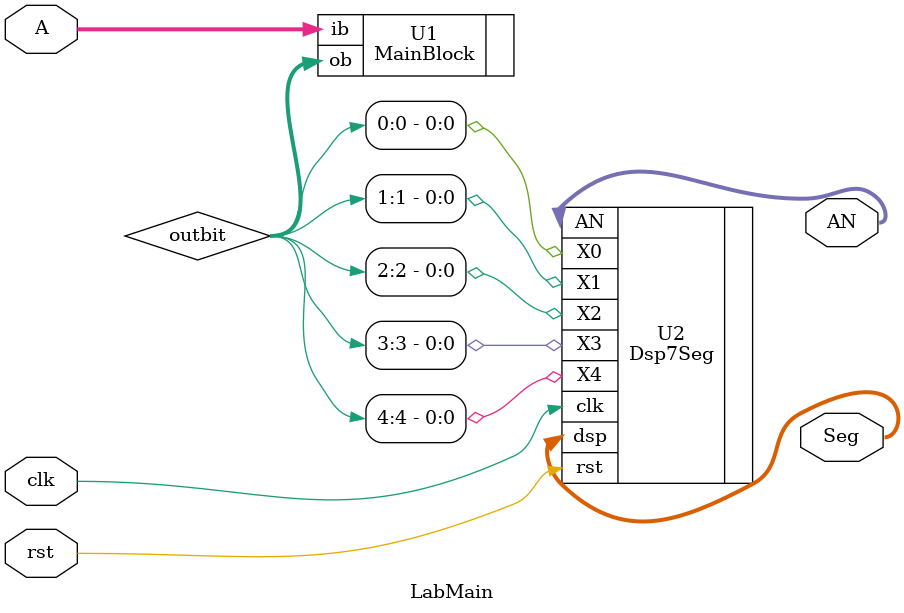
<source format=v>
`timescale 1ns / 1ps


module LabMain(A, clk, rst, AN, Seg);

input [4:0] A;
input clk, rst;
output [7:0] AN;
output [7:0] Seg;

wire [4:0] outbit;

MainBlock U1(.ib(A), .ob(outbit));
Dsp7Seg U2 (.X0(outbit[0]), .X1(outbit[1]), .X2(outbit[2]), .X3(outbit[3]), .X4(outbit[4]), .clk(clk), .rst(rst), .AN(AN), .dsp(Seg));

endmodule

</source>
